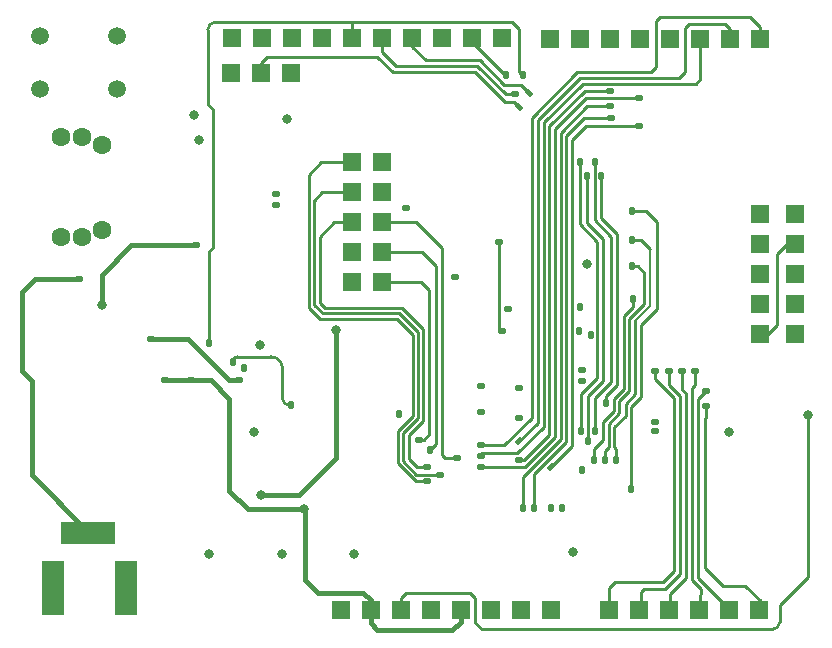
<source format=gbl>
G04 DesignSpark PCB Gerber Version 12.0 Build 5942*
%FSLAX35Y35*%
%MOMM*%
%AMT26*0 Rounded Rectangle Pad at angle 0*4,1,32,-0.07500,-0.32500,0.07500,-0.32500,0.10840,-0.32120,0.14010,-0.31010,0.16850,-0.29220,0.19220,-0.26850,0.21010,-0.24010,0.22120,-0.20840,0.22500,-0.17500,0.22500,0.17500,0.22120,0.20840,0.21010,0.24010,0.19220,0.26850,0.16850,0.29220,0.14010,0.31010,0.10840,0.32120,0.07500,0.32500,-0.07500,0.32500,-0.10840,0.32120,-0.14010,0.31010,-0.16850,0.29220,-0.19220,0.26850,-0.21010,0.24010,-0.22120,0.20840,-0.22500,0.17500,-0.22500,-0.17500,-0.22120,-0.20840,-0.21010,-0.24010,-0.19220,-0.26850,-0.16850,-0.29220,-0.14010,-0.31010,-0.10840,-0.32120,-0.07500,-0.32500,0*%
%ADD26T26*%
%AMT29*0 Rounded Rectangle Pad at angle 0*4,1,20,-0.90000,-2.30000,0.90000,-2.30000,0.91910,-2.29620,0.93530,-2.28540,0.94620,-2.26920,0.95000,-2.25000,0.95000,2.25000,0.94620,2.26910,0.93540,2.28530,0.91920,2.29620,0.90000,2.30000,-0.90000,2.30000,-0.91910,2.29620,-0.93530,2.28540,-0.94620,2.26920,-0.95000,2.25000,-0.95000,-2.25000,-0.94620,-2.26910,-0.93540,-2.28530,-0.91920,-2.29620,-0.90000,-2.30000,0*%
%ADD29T29*%
%ADD77R,1.52400X1.52400*%
%ADD70C,0.20320*%
%ADD20C,0.25400*%
%ADD22C,0.38100*%
%ADD23C,0.81280*%
%AMT28*0 Rounded Rectangle Pad at angle 45*4,1,32,0.17680,-0.28280,0.28280,-0.17680,0.30370,-0.15050,0.31830,-0.12020,0.32580,-0.08750,0.32580,-0.05390,0.31830,-0.02110,0.30370,0.00920,0.28280,0.03540,0.03540,0.28280,0.00910,0.30370,-0.02120,0.31830,-0.05390,0.32580,-0.08750,0.32580,-0.12030,0.31830,-0.15060,0.30370,-0.17680,0.28280,-0.28280,0.17680,-0.30370,0.15050,-0.31830,0.12020,-0.32580,0.08750,-0.32580,0.05390,-0.31830,0.02110,-0.30370,-0.00920,-0.28280,-0.03540,-0.03540,-0.28280,-0.00910,-0.30370,0.02120,-0.31830,0.05390,-0.32580,0.08750,-0.32580,0.12030,-0.31830,0.15060,-0.30370,0.17680,-0.28280,0*%
%ADD28T28*%
%AMT25*0 Rounded Rectangle Pad at angle 90*4,1,32,0.32500,-0.07500,0.32500,0.07500,0.32120,0.10840,0.31010,0.14010,0.29220,0.16850,0.26850,0.19220,0.24010,0.21010,0.20840,0.22120,0.17500,0.22500,-0.17500,0.22500,-0.20840,0.22120,-0.24010,0.21010,-0.26850,0.19220,-0.29220,0.16850,-0.31010,0.14010,-0.32120,0.10840,-0.32500,0.07500,-0.32500,-0.07500,-0.32120,-0.10840,-0.31010,-0.14010,-0.29220,-0.16850,-0.26850,-0.19220,-0.24010,-0.21010,-0.20840,-0.22120,-0.17500,-0.22500,0.17500,-0.22500,0.20840,-0.22120,0.24010,-0.21010,0.26850,-0.19220,0.29220,-0.16850,0.31010,-0.14010,0.32120,-0.10840,0.32500,-0.07500,0*%
%ADD25T25*%
%AMT27*0 Rounded Rectangle Pad at angle 135*4,1,32,0.28280,0.17680,0.17680,0.28280,0.15050,0.30370,0.12020,0.31830,0.08750,0.32580,0.05390,0.32580,0.02110,0.31830,-0.00920,0.30370,-0.03540,0.28280,-0.28280,0.03540,-0.30370,0.00910,-0.31830,-0.02120,-0.32580,-0.05390,-0.32580,-0.08750,-0.31830,-0.12030,-0.30370,-0.15060,-0.28280,-0.17680,-0.17680,-0.28280,-0.15050,-0.30370,-0.12020,-0.31830,-0.08750,-0.32580,-0.05390,-0.32580,-0.02110,-0.31830,0.00920,-0.30370,0.03540,-0.28280,0.28280,-0.03540,0.30370,-0.00910,0.31830,0.02120,0.32580,0.05390,0.32580,0.08750,0.31830,0.12030,0.30370,0.15060,0.28280,0.17680,0*%
%ADD27T27*%
%AMT72*0 Rounded Rectangle Pad at angle 90*4,1,20,2.30000,-0.90000,2.30000,0.90000,2.29620,0.91910,2.28540,0.93530,2.26920,0.94620,2.25000,0.95000,-2.25000,0.95000,-2.26910,0.94620,-2.28530,0.93540,-2.29620,0.91920,-2.30000,0.90000,-2.30000,-0.90000,-2.29620,-0.91910,-2.28540,-0.93530,-2.26920,-0.94620,-2.25000,-0.95000,2.25000,-0.95000,2.26910,-0.94620,2.28530,-0.93540,2.29620,-0.91920,2.30000,-0.90000,0*%
%ADD72T72*%
%ADD94C,1.50000*%
%ADD85C,1.60000*%
X0Y0D02*
D02*
D70*
X47708050Y46362770D02*
Y45875070D01*
X47580750Y45747770D01*
D02*
D20*
X43975050Y45560270D02*
Y46337270D01*
X44010550Y46372770D01*
Y47540270D01*
X43965550Y47585270D01*
Y48215270D01*
G75*
G02*
X44030550Y48280270I65000J0D01*
G01*
X45214050D01*
X45215050Y48281270D01*
X45228050D01*
X44670550Y45035270D02*
X44658050D01*
G75*
G02*
X44598050Y45095270I0J60000D01*
G01*
Y45350270D01*
G75*
G03*
X44500550Y45447770I-97500J0D01*
G01*
X44217050D01*
G75*
G03*
X44177050Y45407770I0J-40000D01*
G01*
Y45402270D01*
X45186600Y48144000D02*
X45185550Y48255270D01*
Y48280270D01*
X45186600Y48281270D01*
X45228050D01*
X46541050D01*
X46601050Y48221270D01*
Y47859270D01*
X46627050Y47833270D01*
X46633050D01*
X45440600Y46077770D02*
X45773050D01*
X45840550Y46010270D01*
Y44790670D01*
X45795550Y44745670D01*
X45755550D01*
X45440600Y46331770D02*
X45781550D01*
X45895550Y46217770D01*
Y44707770D01*
X45848050Y44660270D01*
X45440600Y46585770D02*
X45732550D01*
X45948050Y46370270D01*
Y44617770D01*
X45975550Y44590270D01*
X46073050D01*
X45694600Y48144000D02*
Y48073720D01*
X45812050Y47956270D01*
X46267050D01*
X46477050Y47746270D01*
X46622050D01*
X46688050Y47680270D01*
X45823050Y44392770D02*
X45726350D01*
X45575150Y44543970D01*
Y44819070D01*
X45700150Y44944070D01*
Y45634370D01*
X45569250Y45765270D01*
X44919250D01*
X44822650Y45861870D01*
Y46987770D01*
X44928650Y47093770D01*
X45186600D01*
X45825550Y44510270D02*
X45737250D01*
X45665950Y44581570D01*
Y44781470D01*
X45790950Y44906470D01*
Y45678670D01*
X45606850Y45862770D01*
X44956850D01*
X44913450Y45906170D01*
Y46465270D01*
X45033950Y46585770D01*
X45186600D01*
X45930550Y44450270D02*
X45733050D01*
X45620550Y44562770D01*
Y44800270D01*
X45745550Y44925270D01*
Y45657770D01*
X45588050Y45815270D01*
X44938050D01*
X44868050Y45885270D01*
Y46770270D01*
X44937550Y46839770D01*
X45186600D01*
X46202600Y48144000D02*
Y48115720D01*
X46485050Y47833270D01*
X46491050D01*
X46460550Y45662770D02*
Y45667770D01*
X46428050Y45700270D01*
Y46420270D01*
X46568050Y47670270D02*
X46487050D01*
X46248050Y47909270D01*
X45560600D01*
X45440600Y48029270D01*
Y48144000D01*
X46598050Y47562770D02*
X46558050Y47602770D01*
X46483050D01*
X46230550Y47855270D01*
X45535550D01*
X45403050Y47987770D01*
X44469550D01*
X44419550Y47937770D01*
Y47847770D01*
X46875550Y44515270D02*
X47049950Y44689670D01*
Y47284670D01*
X47168050Y47402770D01*
X47621050D01*
X47128050Y44820270D02*
Y45132070D01*
X47265050Y45269070D01*
Y46170270D01*
X47265550Y46170770D01*
Y46422770D01*
X47115550Y46572770D01*
Y47097770D01*
X47188050Y44730270D02*
Y45113270D01*
X47315050Y45240270D01*
Y46122770D01*
X47315550Y46123270D01*
Y46445270D01*
X47178050Y46582770D01*
Y46977770D01*
X47248050Y44820270D02*
Y45096470D01*
X47383050Y45231470D01*
Y46465270D01*
X47240550Y46607770D01*
Y47095270D01*
X47338050Y45056270D02*
Y45113270D01*
X47433050Y45208270D01*
Y46490270D01*
X47298050Y46625270D01*
Y46977770D01*
X47361000Y43301000D02*
Y43485720D01*
X47415550Y43540270D01*
X47818050D01*
X47913050Y43635270D01*
Y45097040D01*
X47754820Y45255270D01*
Y45329270D01*
X47373050Y47567770D02*
X47177450D01*
X46953050Y47343370D01*
Y44748070D01*
X46637050Y44432070D01*
Y44170270D01*
X47373050Y47700270D02*
X47160550D01*
X46858050Y47397770D01*
Y44785670D01*
X46645150Y44572770D01*
X46603050D01*
X47378050Y47465270D02*
X47148050D01*
X47000550Y47317770D01*
Y44729270D01*
X46728050Y44456770D01*
Y44170270D01*
X47555550Y46212770D02*
X47608050D01*
X47663050Y46157770D01*
Y45895470D01*
X47535350Y45767770D01*
Y45154470D01*
X47450550Y45069670D01*
Y44967170D01*
X47360350Y44876970D01*
Y44682770D01*
X47328050Y44650470D01*
Y44575270D01*
X47555550Y46432770D02*
X47638050D01*
X47708050Y46362770D01*
X47555550Y46682770D02*
X47673050D01*
X47765550Y46590270D01*
Y45850270D01*
X47630550Y45715270D01*
Y45102770D01*
X47553050Y45025270D01*
Y44330270D01*
X47568050Y45932770D02*
Y45870870D01*
X47489950Y45792770D01*
Y45175370D01*
X47403050Y45088470D01*
Y44985970D01*
X47314950Y44897870D01*
Y44745270D01*
X47233050Y44663370D01*
Y44575270D01*
X47580750Y45747770D02*
Y45128570D01*
X47503050Y45050870D01*
Y44948370D01*
X47405750Y44851070D01*
Y44682770D01*
X47420550Y44667970D01*
Y44572770D01*
X47615000Y43301000D02*
X47634050D01*
Y43452770D01*
X47659050Y43477770D01*
X47837050D01*
X47968050Y43608770D01*
Y45114270D01*
X47869920Y45212400D01*
Y45329270D01*
X47621050Y47642270D02*
X47171850D01*
X46905550Y47375970D01*
Y44766870D01*
X46651450Y44512770D01*
X46278050D01*
X47869000Y43301000D02*
X47879050D01*
Y43441320D01*
X48015050Y43577320D01*
Y45135270D01*
X47980010Y45170310D01*
Y45329270D01*
X47985010D01*
X48123000Y43301000D02*
X48138000Y43484860D01*
X48063050Y43559810D01*
Y45180270D01*
X48092050Y45209270D01*
Y45329270D01*
X48135050Y48140270D02*
Y47798270D01*
X48097050Y47760270D01*
X47139450D01*
X46810550Y47431370D01*
Y44855270D01*
X46588050Y44632770D01*
X46280550D01*
Y44607770D01*
X48184050Y45030270D02*
Y44934270D01*
X48174050Y44924270D01*
Y43659270D01*
X48326050Y43507270D01*
X48518050D01*
X48646000Y43379320D01*
X48631000Y43301000D01*
X48377000D02*
X48391320D01*
X48115050Y43577270D01*
Y45086270D01*
X48185050Y45156270D01*
Y45155270D01*
X48184050D01*
X48389050Y48140270D02*
Y48220270D01*
X48344050Y48265270D01*
X48041050D01*
X48008050Y48232270D01*
Y47858770D01*
X47959550Y47810270D01*
X47120550D01*
X46760550Y47450270D01*
Y44887770D01*
X46603050Y44730270D01*
X48643050Y48140270D02*
Y48242270D01*
X48559050Y48326270D01*
X47792050D01*
X47758050Y48292270D01*
Y47897270D01*
X47721050Y47860270D01*
X47095300D01*
X46708050Y47473020D01*
Y44932770D01*
X46478050Y44702770D01*
X46280550D01*
X48942050Y46401270D02*
X48869050D01*
X48789050Y46321270D01*
Y45719270D01*
X48709050Y45639270D01*
X48641050D01*
X49048050Y44950270D02*
Y43582770D01*
X48808050Y43342770D01*
Y43200270D01*
G75*
G02*
X48748050Y43140270I-60000J0D01*
G01*
X46285550D01*
X46230550Y43195270D01*
Y43405270D01*
X46185550Y43450270D01*
X45640550D01*
X45598000Y43407720D01*
Y43301000D01*
D02*
D22*
X42955050Y43958270D02*
Y43966270D01*
X42475050Y44446270D01*
Y45246270D01*
X42394050Y45327270D01*
Y45994270D01*
X42506050Y46106270D01*
X42878050D01*
X43070050Y45882270D02*
Y46142270D01*
X43320050Y46392270D01*
X43861050D01*
X43863050Y46390270D01*
X43482050Y45597270D02*
X43802550D01*
X44148050Y45251770D01*
X44232050D01*
X43820550Y45247770D02*
X43600550D01*
X43820550D02*
X43992550D01*
X44148050Y45092270D01*
Y44314270D01*
X44303050Y44159270D01*
X44785050D01*
X45051050Y45675270D02*
Y44592270D01*
X44738050Y44279270D01*
X44415050D01*
X45344000Y43301000D02*
Y43388320D01*
X45282050Y43450270D01*
X44896050D01*
X44787050Y43559270D01*
Y44157270D01*
X44785050Y44159270D01*
X46106000Y43301000D02*
Y43205220D01*
X46032050Y43131270D01*
X45402000D01*
X45344000Y43189270D01*
Y43301000D01*
D02*
D23*
X43070050Y45882270D03*
X43853050Y47492270D03*
X43893050Y47281270D03*
X43979050Y43778270D03*
X44355550Y44810970D03*
X44411050Y45549270D03*
X44415050Y44279270D03*
X44596050Y43778270D03*
X44638050Y47457770D03*
X44785050Y44159270D03*
X45051050Y45675270D03*
X45206050Y43778270D03*
X47057050Y43791270D03*
X47175550Y46235270D03*
X48377050Y44806270D03*
X49048050Y44950270D03*
D02*
D25*
X42878050Y46106270D03*
X43482050Y45597270D03*
X43600550Y45247770D03*
X43820550D03*
X43863050Y46390270D03*
X44232050Y45251770D03*
X44545550Y46732770D03*
Y46827770D03*
X45640550Y46705270D03*
X45755550Y44745670D03*
X45823050Y44392770D03*
X45825550Y44510270D03*
X45930550Y44450270D03*
X46055550Y46122270D03*
X46073050Y44590270D03*
X46278050Y44512770D03*
Y44980270D03*
X46280550Y44607770D03*
Y44702770D03*
X46283050Y45200270D03*
X46428050Y46420270D03*
X46460550Y45662770D03*
X46508050Y45850270D03*
X46568050Y47670270D03*
X46598050Y44931270D03*
Y45181270D03*
X46603050Y44572770D03*
X47134050Y45245270D03*
X47137050Y45337770D03*
X47373050Y47567770D03*
Y47700270D03*
X47378050Y47465270D03*
X47621050Y47402770D03*
Y47642270D03*
X47754820Y44818270D03*
Y44895270D03*
Y45329270D03*
X47869920D03*
X47985010D03*
X48092050D03*
X48184050Y45030270D03*
Y45155270D03*
D02*
D26*
X43975050Y45560270D03*
X44177050Y45402270D03*
X44275050Y45353270D03*
X44670550Y45035270D03*
X45583050Y44960270D03*
X45848050Y44660270D03*
X46491050Y47833270D03*
X46633050D03*
X46637050Y44170270D03*
X46728050D03*
X46872480D03*
X46965050D03*
X47113050Y45662770D03*
X47115550Y47097770D03*
X47118050Y45865270D03*
X47128050Y44820270D03*
X47137050Y44486270D03*
X47178050Y46977770D03*
X47188050Y44730270D03*
X47208050Y45630270D03*
X47233050Y44575270D03*
X47240550Y47095270D03*
X47248050Y44820270D03*
X47298050Y46977770D03*
X47328050Y44575270D03*
X47338050Y45056270D03*
X47420550Y44572770D03*
X47553050Y44330270D03*
X47555550Y46212770D03*
Y46432770D03*
Y46682770D03*
X47568050Y45932770D03*
D02*
D27*
X46603050Y44730270D03*
X46875550Y44515270D03*
D02*
D28*
X46598050Y47562770D03*
X46688050Y47680270D03*
D02*
D29*
X42655050Y43488270D03*
X43275050D03*
D02*
D72*
X42955050Y43958270D03*
D02*
D77*
X44165550Y47847770D03*
X44170600Y48144000D03*
X44419550Y47847770D03*
X44424600Y48144000D03*
X44673550Y47847770D03*
X44678600Y48144000D03*
X44932600D03*
X45090000Y43301000D03*
X45186600Y46077770D03*
Y46331770D03*
Y46585770D03*
Y46839770D03*
Y47093770D03*
Y48144000D03*
X45344000Y43301000D03*
X45440600Y46077770D03*
Y46331770D03*
Y46585770D03*
Y46839770D03*
Y47093770D03*
Y48144000D03*
X45598000Y43301000D03*
X45694600Y48144000D03*
X45852000Y43301000D03*
X45948600Y48144000D03*
X46106000Y43301000D03*
X46202600Y48144000D03*
X46360000Y43301000D03*
X46456600Y48144000D03*
X46614000Y43301000D03*
X46865050Y48140270D03*
X46868000Y43301000D03*
X47119050Y48140270D03*
X47361000Y43301000D03*
X47373050Y48140270D03*
X47615000Y43301000D03*
X47627050Y48140270D03*
X47869000Y43301000D03*
X47881050Y48140270D03*
X48123000Y43301000D03*
X48135050Y48140270D03*
X48377000Y43301000D03*
X48389050Y48140270D03*
X48631000Y43301000D03*
X48641050Y45639270D03*
Y45893270D03*
Y46147270D03*
Y46401270D03*
Y46655270D03*
X48643050Y48140270D03*
X48942050Y45639270D03*
Y45893270D03*
Y46147270D03*
Y46401270D03*
Y46655270D03*
D02*
D85*
X42725550Y46460270D03*
Y47305270D03*
X42900550Y46460270D03*
Y47305270D03*
X43070550Y46522770D03*
Y47242770D03*
D02*
D94*
X42546050Y47710270D03*
Y48160270D03*
X43196050Y47710270D03*
Y48160270D03*
X0Y0D02*
M02*

</source>
